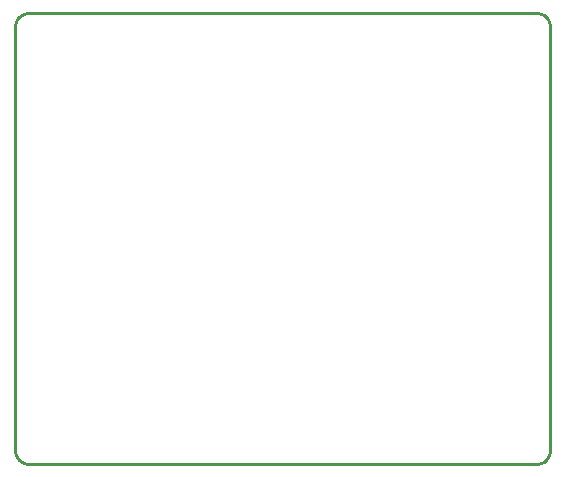
<source format=gko>
G04*
G04 #@! TF.GenerationSoftware,Altium Limited,Altium Designer,21.0.9 (235)*
G04*
G04 Layer_Color=16711935*
%FSLAX25Y25*%
%MOIN*%
G70*
G04*
G04 #@! TF.SameCoordinates,DB600209-2405-4227-A8B2-1458F7EF1284*
G04*
G04*
G04 #@! TF.FilePolarity,Positive*
G04*
G01*
G75*
%ADD14C,0.01000*%
D14*
X521500Y252000D02*
X520525Y251904D01*
X519587Y251619D01*
X518722Y251157D01*
X517965Y250535D01*
X517343Y249778D01*
X516881Y248913D01*
X516596Y247975D01*
X516500Y247000D01*
Y106500D02*
X516596Y105525D01*
X516881Y104587D01*
X517343Y103722D01*
X517965Y102964D01*
X518722Y102343D01*
X519587Y101881D01*
X520525Y101596D01*
X521500Y101500D01*
X690000D02*
X690976Y101596D01*
X691913Y101881D01*
X692778Y102343D01*
X693536Y102964D01*
X694157Y103722D01*
X694619Y104587D01*
X694904Y105525D01*
X695000Y106500D01*
Y247000D02*
X694904Y247975D01*
X694619Y248913D01*
X694157Y249778D01*
X693536Y250535D01*
X692778Y251157D01*
X691913Y251619D01*
X690976Y251904D01*
X690000Y252000D01*
X521500D02*
X678500D01*
X516500Y106500D02*
Y247000D01*
X521500Y101500D02*
X690000D01*
X695000Y106500D02*
Y247000D01*
X678500Y252000D02*
X690000D01*
M02*

</source>
